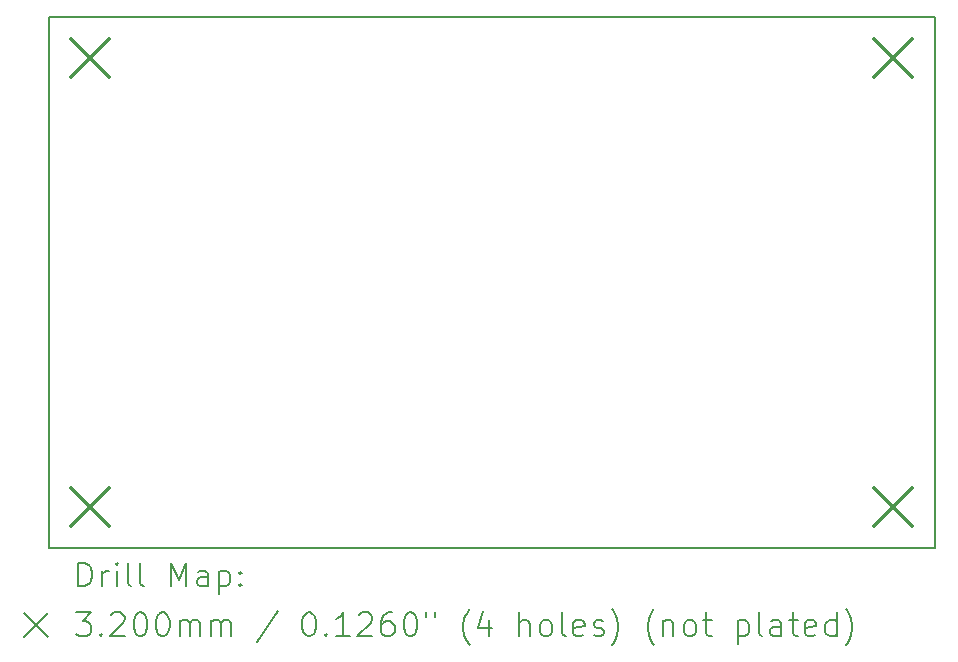
<source format=gbr>
%TF.GenerationSoftware,KiCad,Pcbnew,8.0.3*%
%TF.CreationDate,2024-06-21T17:49:07+08:00*%
%TF.ProjectId,LNA1690,4c4e4131-3639-4302-9e6b-696361645f70,rev?*%
%TF.SameCoordinates,Original*%
%TF.FileFunction,Drillmap*%
%TF.FilePolarity,Positive*%
%FSLAX45Y45*%
G04 Gerber Fmt 4.5, Leading zero omitted, Abs format (unit mm)*
G04 Created by KiCad (PCBNEW 8.0.3) date 2024-06-21 17:49:07*
%MOMM*%
%LPD*%
G01*
G04 APERTURE LIST*
%ADD10C,0.200000*%
%ADD11C,0.320000*%
G04 APERTURE END LIST*
D10*
X9500000Y-6000000D02*
X17000000Y-6000000D01*
X17000000Y-10500000D01*
X9500000Y-10500000D01*
X9500000Y-6000000D01*
D11*
X9690000Y-6190000D02*
X10010000Y-6510000D01*
X10010000Y-6190000D02*
X9690000Y-6510000D01*
X9690000Y-9990000D02*
X10010000Y-10310000D01*
X10010000Y-9990000D02*
X9690000Y-10310000D01*
X16490000Y-6190000D02*
X16810000Y-6510000D01*
X16810000Y-6190000D02*
X16490000Y-6510000D01*
X16490000Y-9990000D02*
X16810000Y-10310000D01*
X16810000Y-9990000D02*
X16490000Y-10310000D01*
D10*
X9750777Y-10821484D02*
X9750777Y-10621484D01*
X9750777Y-10621484D02*
X9798396Y-10621484D01*
X9798396Y-10621484D02*
X9826967Y-10631008D01*
X9826967Y-10631008D02*
X9846015Y-10650055D01*
X9846015Y-10650055D02*
X9855539Y-10669103D01*
X9855539Y-10669103D02*
X9865063Y-10707198D01*
X9865063Y-10707198D02*
X9865063Y-10735770D01*
X9865063Y-10735770D02*
X9855539Y-10773865D01*
X9855539Y-10773865D02*
X9846015Y-10792912D01*
X9846015Y-10792912D02*
X9826967Y-10811960D01*
X9826967Y-10811960D02*
X9798396Y-10821484D01*
X9798396Y-10821484D02*
X9750777Y-10821484D01*
X9950777Y-10821484D02*
X9950777Y-10688150D01*
X9950777Y-10726246D02*
X9960301Y-10707198D01*
X9960301Y-10707198D02*
X9969824Y-10697674D01*
X9969824Y-10697674D02*
X9988872Y-10688150D01*
X9988872Y-10688150D02*
X10007920Y-10688150D01*
X10074586Y-10821484D02*
X10074586Y-10688150D01*
X10074586Y-10621484D02*
X10065063Y-10631008D01*
X10065063Y-10631008D02*
X10074586Y-10640531D01*
X10074586Y-10640531D02*
X10084110Y-10631008D01*
X10084110Y-10631008D02*
X10074586Y-10621484D01*
X10074586Y-10621484D02*
X10074586Y-10640531D01*
X10198396Y-10821484D02*
X10179348Y-10811960D01*
X10179348Y-10811960D02*
X10169824Y-10792912D01*
X10169824Y-10792912D02*
X10169824Y-10621484D01*
X10303158Y-10821484D02*
X10284110Y-10811960D01*
X10284110Y-10811960D02*
X10274586Y-10792912D01*
X10274586Y-10792912D02*
X10274586Y-10621484D01*
X10531729Y-10821484D02*
X10531729Y-10621484D01*
X10531729Y-10621484D02*
X10598396Y-10764341D01*
X10598396Y-10764341D02*
X10665063Y-10621484D01*
X10665063Y-10621484D02*
X10665063Y-10821484D01*
X10846015Y-10821484D02*
X10846015Y-10716722D01*
X10846015Y-10716722D02*
X10836491Y-10697674D01*
X10836491Y-10697674D02*
X10817444Y-10688150D01*
X10817444Y-10688150D02*
X10779348Y-10688150D01*
X10779348Y-10688150D02*
X10760301Y-10697674D01*
X10846015Y-10811960D02*
X10826967Y-10821484D01*
X10826967Y-10821484D02*
X10779348Y-10821484D01*
X10779348Y-10821484D02*
X10760301Y-10811960D01*
X10760301Y-10811960D02*
X10750777Y-10792912D01*
X10750777Y-10792912D02*
X10750777Y-10773865D01*
X10750777Y-10773865D02*
X10760301Y-10754817D01*
X10760301Y-10754817D02*
X10779348Y-10745293D01*
X10779348Y-10745293D02*
X10826967Y-10745293D01*
X10826967Y-10745293D02*
X10846015Y-10735770D01*
X10941253Y-10688150D02*
X10941253Y-10888150D01*
X10941253Y-10697674D02*
X10960301Y-10688150D01*
X10960301Y-10688150D02*
X10998396Y-10688150D01*
X10998396Y-10688150D02*
X11017444Y-10697674D01*
X11017444Y-10697674D02*
X11026967Y-10707198D01*
X11026967Y-10707198D02*
X11036491Y-10726246D01*
X11036491Y-10726246D02*
X11036491Y-10783389D01*
X11036491Y-10783389D02*
X11026967Y-10802436D01*
X11026967Y-10802436D02*
X11017444Y-10811960D01*
X11017444Y-10811960D02*
X10998396Y-10821484D01*
X10998396Y-10821484D02*
X10960301Y-10821484D01*
X10960301Y-10821484D02*
X10941253Y-10811960D01*
X11122205Y-10802436D02*
X11131729Y-10811960D01*
X11131729Y-10811960D02*
X11122205Y-10821484D01*
X11122205Y-10821484D02*
X11112682Y-10811960D01*
X11112682Y-10811960D02*
X11122205Y-10802436D01*
X11122205Y-10802436D02*
X11122205Y-10821484D01*
X11122205Y-10697674D02*
X11131729Y-10707198D01*
X11131729Y-10707198D02*
X11122205Y-10716722D01*
X11122205Y-10716722D02*
X11112682Y-10707198D01*
X11112682Y-10707198D02*
X11122205Y-10697674D01*
X11122205Y-10697674D02*
X11122205Y-10716722D01*
X9290000Y-11050000D02*
X9490000Y-11250000D01*
X9490000Y-11050000D02*
X9290000Y-11250000D01*
X9731729Y-11041484D02*
X9855539Y-11041484D01*
X9855539Y-11041484D02*
X9788872Y-11117674D01*
X9788872Y-11117674D02*
X9817444Y-11117674D01*
X9817444Y-11117674D02*
X9836491Y-11127198D01*
X9836491Y-11127198D02*
X9846015Y-11136722D01*
X9846015Y-11136722D02*
X9855539Y-11155770D01*
X9855539Y-11155770D02*
X9855539Y-11203388D01*
X9855539Y-11203388D02*
X9846015Y-11222436D01*
X9846015Y-11222436D02*
X9836491Y-11231960D01*
X9836491Y-11231960D02*
X9817444Y-11241484D01*
X9817444Y-11241484D02*
X9760301Y-11241484D01*
X9760301Y-11241484D02*
X9741253Y-11231960D01*
X9741253Y-11231960D02*
X9731729Y-11222436D01*
X9941253Y-11222436D02*
X9950777Y-11231960D01*
X9950777Y-11231960D02*
X9941253Y-11241484D01*
X9941253Y-11241484D02*
X9931729Y-11231960D01*
X9931729Y-11231960D02*
X9941253Y-11222436D01*
X9941253Y-11222436D02*
X9941253Y-11241484D01*
X10026967Y-11060531D02*
X10036491Y-11051008D01*
X10036491Y-11051008D02*
X10055539Y-11041484D01*
X10055539Y-11041484D02*
X10103158Y-11041484D01*
X10103158Y-11041484D02*
X10122205Y-11051008D01*
X10122205Y-11051008D02*
X10131729Y-11060531D01*
X10131729Y-11060531D02*
X10141253Y-11079579D01*
X10141253Y-11079579D02*
X10141253Y-11098627D01*
X10141253Y-11098627D02*
X10131729Y-11127198D01*
X10131729Y-11127198D02*
X10017444Y-11241484D01*
X10017444Y-11241484D02*
X10141253Y-11241484D01*
X10265063Y-11041484D02*
X10284110Y-11041484D01*
X10284110Y-11041484D02*
X10303158Y-11051008D01*
X10303158Y-11051008D02*
X10312682Y-11060531D01*
X10312682Y-11060531D02*
X10322205Y-11079579D01*
X10322205Y-11079579D02*
X10331729Y-11117674D01*
X10331729Y-11117674D02*
X10331729Y-11165293D01*
X10331729Y-11165293D02*
X10322205Y-11203388D01*
X10322205Y-11203388D02*
X10312682Y-11222436D01*
X10312682Y-11222436D02*
X10303158Y-11231960D01*
X10303158Y-11231960D02*
X10284110Y-11241484D01*
X10284110Y-11241484D02*
X10265063Y-11241484D01*
X10265063Y-11241484D02*
X10246015Y-11231960D01*
X10246015Y-11231960D02*
X10236491Y-11222436D01*
X10236491Y-11222436D02*
X10226967Y-11203388D01*
X10226967Y-11203388D02*
X10217444Y-11165293D01*
X10217444Y-11165293D02*
X10217444Y-11117674D01*
X10217444Y-11117674D02*
X10226967Y-11079579D01*
X10226967Y-11079579D02*
X10236491Y-11060531D01*
X10236491Y-11060531D02*
X10246015Y-11051008D01*
X10246015Y-11051008D02*
X10265063Y-11041484D01*
X10455539Y-11041484D02*
X10474586Y-11041484D01*
X10474586Y-11041484D02*
X10493634Y-11051008D01*
X10493634Y-11051008D02*
X10503158Y-11060531D01*
X10503158Y-11060531D02*
X10512682Y-11079579D01*
X10512682Y-11079579D02*
X10522205Y-11117674D01*
X10522205Y-11117674D02*
X10522205Y-11165293D01*
X10522205Y-11165293D02*
X10512682Y-11203388D01*
X10512682Y-11203388D02*
X10503158Y-11222436D01*
X10503158Y-11222436D02*
X10493634Y-11231960D01*
X10493634Y-11231960D02*
X10474586Y-11241484D01*
X10474586Y-11241484D02*
X10455539Y-11241484D01*
X10455539Y-11241484D02*
X10436491Y-11231960D01*
X10436491Y-11231960D02*
X10426967Y-11222436D01*
X10426967Y-11222436D02*
X10417444Y-11203388D01*
X10417444Y-11203388D02*
X10407920Y-11165293D01*
X10407920Y-11165293D02*
X10407920Y-11117674D01*
X10407920Y-11117674D02*
X10417444Y-11079579D01*
X10417444Y-11079579D02*
X10426967Y-11060531D01*
X10426967Y-11060531D02*
X10436491Y-11051008D01*
X10436491Y-11051008D02*
X10455539Y-11041484D01*
X10607920Y-11241484D02*
X10607920Y-11108150D01*
X10607920Y-11127198D02*
X10617444Y-11117674D01*
X10617444Y-11117674D02*
X10636491Y-11108150D01*
X10636491Y-11108150D02*
X10665063Y-11108150D01*
X10665063Y-11108150D02*
X10684110Y-11117674D01*
X10684110Y-11117674D02*
X10693634Y-11136722D01*
X10693634Y-11136722D02*
X10693634Y-11241484D01*
X10693634Y-11136722D02*
X10703158Y-11117674D01*
X10703158Y-11117674D02*
X10722205Y-11108150D01*
X10722205Y-11108150D02*
X10750777Y-11108150D01*
X10750777Y-11108150D02*
X10769825Y-11117674D01*
X10769825Y-11117674D02*
X10779348Y-11136722D01*
X10779348Y-11136722D02*
X10779348Y-11241484D01*
X10874586Y-11241484D02*
X10874586Y-11108150D01*
X10874586Y-11127198D02*
X10884110Y-11117674D01*
X10884110Y-11117674D02*
X10903158Y-11108150D01*
X10903158Y-11108150D02*
X10931729Y-11108150D01*
X10931729Y-11108150D02*
X10950777Y-11117674D01*
X10950777Y-11117674D02*
X10960301Y-11136722D01*
X10960301Y-11136722D02*
X10960301Y-11241484D01*
X10960301Y-11136722D02*
X10969825Y-11117674D01*
X10969825Y-11117674D02*
X10988872Y-11108150D01*
X10988872Y-11108150D02*
X11017444Y-11108150D01*
X11017444Y-11108150D02*
X11036491Y-11117674D01*
X11036491Y-11117674D02*
X11046015Y-11136722D01*
X11046015Y-11136722D02*
X11046015Y-11241484D01*
X11436491Y-11031960D02*
X11265063Y-11289103D01*
X11693634Y-11041484D02*
X11712682Y-11041484D01*
X11712682Y-11041484D02*
X11731729Y-11051008D01*
X11731729Y-11051008D02*
X11741253Y-11060531D01*
X11741253Y-11060531D02*
X11750777Y-11079579D01*
X11750777Y-11079579D02*
X11760301Y-11117674D01*
X11760301Y-11117674D02*
X11760301Y-11165293D01*
X11760301Y-11165293D02*
X11750777Y-11203388D01*
X11750777Y-11203388D02*
X11741253Y-11222436D01*
X11741253Y-11222436D02*
X11731729Y-11231960D01*
X11731729Y-11231960D02*
X11712682Y-11241484D01*
X11712682Y-11241484D02*
X11693634Y-11241484D01*
X11693634Y-11241484D02*
X11674586Y-11231960D01*
X11674586Y-11231960D02*
X11665063Y-11222436D01*
X11665063Y-11222436D02*
X11655539Y-11203388D01*
X11655539Y-11203388D02*
X11646015Y-11165293D01*
X11646015Y-11165293D02*
X11646015Y-11117674D01*
X11646015Y-11117674D02*
X11655539Y-11079579D01*
X11655539Y-11079579D02*
X11665063Y-11060531D01*
X11665063Y-11060531D02*
X11674586Y-11051008D01*
X11674586Y-11051008D02*
X11693634Y-11041484D01*
X11846015Y-11222436D02*
X11855539Y-11231960D01*
X11855539Y-11231960D02*
X11846015Y-11241484D01*
X11846015Y-11241484D02*
X11836491Y-11231960D01*
X11836491Y-11231960D02*
X11846015Y-11222436D01*
X11846015Y-11222436D02*
X11846015Y-11241484D01*
X12046015Y-11241484D02*
X11931729Y-11241484D01*
X11988872Y-11241484D02*
X11988872Y-11041484D01*
X11988872Y-11041484D02*
X11969825Y-11070055D01*
X11969825Y-11070055D02*
X11950777Y-11089103D01*
X11950777Y-11089103D02*
X11931729Y-11098627D01*
X12122206Y-11060531D02*
X12131729Y-11051008D01*
X12131729Y-11051008D02*
X12150777Y-11041484D01*
X12150777Y-11041484D02*
X12198396Y-11041484D01*
X12198396Y-11041484D02*
X12217444Y-11051008D01*
X12217444Y-11051008D02*
X12226967Y-11060531D01*
X12226967Y-11060531D02*
X12236491Y-11079579D01*
X12236491Y-11079579D02*
X12236491Y-11098627D01*
X12236491Y-11098627D02*
X12226967Y-11127198D01*
X12226967Y-11127198D02*
X12112682Y-11241484D01*
X12112682Y-11241484D02*
X12236491Y-11241484D01*
X12407920Y-11041484D02*
X12369825Y-11041484D01*
X12369825Y-11041484D02*
X12350777Y-11051008D01*
X12350777Y-11051008D02*
X12341253Y-11060531D01*
X12341253Y-11060531D02*
X12322206Y-11089103D01*
X12322206Y-11089103D02*
X12312682Y-11127198D01*
X12312682Y-11127198D02*
X12312682Y-11203388D01*
X12312682Y-11203388D02*
X12322206Y-11222436D01*
X12322206Y-11222436D02*
X12331729Y-11231960D01*
X12331729Y-11231960D02*
X12350777Y-11241484D01*
X12350777Y-11241484D02*
X12388872Y-11241484D01*
X12388872Y-11241484D02*
X12407920Y-11231960D01*
X12407920Y-11231960D02*
X12417444Y-11222436D01*
X12417444Y-11222436D02*
X12426967Y-11203388D01*
X12426967Y-11203388D02*
X12426967Y-11155770D01*
X12426967Y-11155770D02*
X12417444Y-11136722D01*
X12417444Y-11136722D02*
X12407920Y-11127198D01*
X12407920Y-11127198D02*
X12388872Y-11117674D01*
X12388872Y-11117674D02*
X12350777Y-11117674D01*
X12350777Y-11117674D02*
X12331729Y-11127198D01*
X12331729Y-11127198D02*
X12322206Y-11136722D01*
X12322206Y-11136722D02*
X12312682Y-11155770D01*
X12550777Y-11041484D02*
X12569825Y-11041484D01*
X12569825Y-11041484D02*
X12588872Y-11051008D01*
X12588872Y-11051008D02*
X12598396Y-11060531D01*
X12598396Y-11060531D02*
X12607920Y-11079579D01*
X12607920Y-11079579D02*
X12617444Y-11117674D01*
X12617444Y-11117674D02*
X12617444Y-11165293D01*
X12617444Y-11165293D02*
X12607920Y-11203388D01*
X12607920Y-11203388D02*
X12598396Y-11222436D01*
X12598396Y-11222436D02*
X12588872Y-11231960D01*
X12588872Y-11231960D02*
X12569825Y-11241484D01*
X12569825Y-11241484D02*
X12550777Y-11241484D01*
X12550777Y-11241484D02*
X12531729Y-11231960D01*
X12531729Y-11231960D02*
X12522206Y-11222436D01*
X12522206Y-11222436D02*
X12512682Y-11203388D01*
X12512682Y-11203388D02*
X12503158Y-11165293D01*
X12503158Y-11165293D02*
X12503158Y-11117674D01*
X12503158Y-11117674D02*
X12512682Y-11079579D01*
X12512682Y-11079579D02*
X12522206Y-11060531D01*
X12522206Y-11060531D02*
X12531729Y-11051008D01*
X12531729Y-11051008D02*
X12550777Y-11041484D01*
X12693634Y-11041484D02*
X12693634Y-11079579D01*
X12769825Y-11041484D02*
X12769825Y-11079579D01*
X13065063Y-11317674D02*
X13055539Y-11308150D01*
X13055539Y-11308150D02*
X13036491Y-11279579D01*
X13036491Y-11279579D02*
X13026968Y-11260531D01*
X13026968Y-11260531D02*
X13017444Y-11231960D01*
X13017444Y-11231960D02*
X13007920Y-11184341D01*
X13007920Y-11184341D02*
X13007920Y-11146246D01*
X13007920Y-11146246D02*
X13017444Y-11098627D01*
X13017444Y-11098627D02*
X13026968Y-11070055D01*
X13026968Y-11070055D02*
X13036491Y-11051008D01*
X13036491Y-11051008D02*
X13055539Y-11022436D01*
X13055539Y-11022436D02*
X13065063Y-11012912D01*
X13226968Y-11108150D02*
X13226968Y-11241484D01*
X13179348Y-11031960D02*
X13131729Y-11174817D01*
X13131729Y-11174817D02*
X13255539Y-11174817D01*
X13484110Y-11241484D02*
X13484110Y-11041484D01*
X13569825Y-11241484D02*
X13569825Y-11136722D01*
X13569825Y-11136722D02*
X13560301Y-11117674D01*
X13560301Y-11117674D02*
X13541253Y-11108150D01*
X13541253Y-11108150D02*
X13512682Y-11108150D01*
X13512682Y-11108150D02*
X13493634Y-11117674D01*
X13493634Y-11117674D02*
X13484110Y-11127198D01*
X13693634Y-11241484D02*
X13674587Y-11231960D01*
X13674587Y-11231960D02*
X13665063Y-11222436D01*
X13665063Y-11222436D02*
X13655539Y-11203388D01*
X13655539Y-11203388D02*
X13655539Y-11146246D01*
X13655539Y-11146246D02*
X13665063Y-11127198D01*
X13665063Y-11127198D02*
X13674587Y-11117674D01*
X13674587Y-11117674D02*
X13693634Y-11108150D01*
X13693634Y-11108150D02*
X13722206Y-11108150D01*
X13722206Y-11108150D02*
X13741253Y-11117674D01*
X13741253Y-11117674D02*
X13750777Y-11127198D01*
X13750777Y-11127198D02*
X13760301Y-11146246D01*
X13760301Y-11146246D02*
X13760301Y-11203388D01*
X13760301Y-11203388D02*
X13750777Y-11222436D01*
X13750777Y-11222436D02*
X13741253Y-11231960D01*
X13741253Y-11231960D02*
X13722206Y-11241484D01*
X13722206Y-11241484D02*
X13693634Y-11241484D01*
X13874587Y-11241484D02*
X13855539Y-11231960D01*
X13855539Y-11231960D02*
X13846015Y-11212912D01*
X13846015Y-11212912D02*
X13846015Y-11041484D01*
X14026968Y-11231960D02*
X14007920Y-11241484D01*
X14007920Y-11241484D02*
X13969825Y-11241484D01*
X13969825Y-11241484D02*
X13950777Y-11231960D01*
X13950777Y-11231960D02*
X13941253Y-11212912D01*
X13941253Y-11212912D02*
X13941253Y-11136722D01*
X13941253Y-11136722D02*
X13950777Y-11117674D01*
X13950777Y-11117674D02*
X13969825Y-11108150D01*
X13969825Y-11108150D02*
X14007920Y-11108150D01*
X14007920Y-11108150D02*
X14026968Y-11117674D01*
X14026968Y-11117674D02*
X14036491Y-11136722D01*
X14036491Y-11136722D02*
X14036491Y-11155770D01*
X14036491Y-11155770D02*
X13941253Y-11174817D01*
X14112682Y-11231960D02*
X14131730Y-11241484D01*
X14131730Y-11241484D02*
X14169825Y-11241484D01*
X14169825Y-11241484D02*
X14188872Y-11231960D01*
X14188872Y-11231960D02*
X14198396Y-11212912D01*
X14198396Y-11212912D02*
X14198396Y-11203388D01*
X14198396Y-11203388D02*
X14188872Y-11184341D01*
X14188872Y-11184341D02*
X14169825Y-11174817D01*
X14169825Y-11174817D02*
X14141253Y-11174817D01*
X14141253Y-11174817D02*
X14122206Y-11165293D01*
X14122206Y-11165293D02*
X14112682Y-11146246D01*
X14112682Y-11146246D02*
X14112682Y-11136722D01*
X14112682Y-11136722D02*
X14122206Y-11117674D01*
X14122206Y-11117674D02*
X14141253Y-11108150D01*
X14141253Y-11108150D02*
X14169825Y-11108150D01*
X14169825Y-11108150D02*
X14188872Y-11117674D01*
X14265063Y-11317674D02*
X14274587Y-11308150D01*
X14274587Y-11308150D02*
X14293634Y-11279579D01*
X14293634Y-11279579D02*
X14303158Y-11260531D01*
X14303158Y-11260531D02*
X14312682Y-11231960D01*
X14312682Y-11231960D02*
X14322206Y-11184341D01*
X14322206Y-11184341D02*
X14322206Y-11146246D01*
X14322206Y-11146246D02*
X14312682Y-11098627D01*
X14312682Y-11098627D02*
X14303158Y-11070055D01*
X14303158Y-11070055D02*
X14293634Y-11051008D01*
X14293634Y-11051008D02*
X14274587Y-11022436D01*
X14274587Y-11022436D02*
X14265063Y-11012912D01*
X14626968Y-11317674D02*
X14617444Y-11308150D01*
X14617444Y-11308150D02*
X14598396Y-11279579D01*
X14598396Y-11279579D02*
X14588872Y-11260531D01*
X14588872Y-11260531D02*
X14579349Y-11231960D01*
X14579349Y-11231960D02*
X14569825Y-11184341D01*
X14569825Y-11184341D02*
X14569825Y-11146246D01*
X14569825Y-11146246D02*
X14579349Y-11098627D01*
X14579349Y-11098627D02*
X14588872Y-11070055D01*
X14588872Y-11070055D02*
X14598396Y-11051008D01*
X14598396Y-11051008D02*
X14617444Y-11022436D01*
X14617444Y-11022436D02*
X14626968Y-11012912D01*
X14703158Y-11108150D02*
X14703158Y-11241484D01*
X14703158Y-11127198D02*
X14712682Y-11117674D01*
X14712682Y-11117674D02*
X14731730Y-11108150D01*
X14731730Y-11108150D02*
X14760301Y-11108150D01*
X14760301Y-11108150D02*
X14779349Y-11117674D01*
X14779349Y-11117674D02*
X14788872Y-11136722D01*
X14788872Y-11136722D02*
X14788872Y-11241484D01*
X14912682Y-11241484D02*
X14893634Y-11231960D01*
X14893634Y-11231960D02*
X14884111Y-11222436D01*
X14884111Y-11222436D02*
X14874587Y-11203388D01*
X14874587Y-11203388D02*
X14874587Y-11146246D01*
X14874587Y-11146246D02*
X14884111Y-11127198D01*
X14884111Y-11127198D02*
X14893634Y-11117674D01*
X14893634Y-11117674D02*
X14912682Y-11108150D01*
X14912682Y-11108150D02*
X14941253Y-11108150D01*
X14941253Y-11108150D02*
X14960301Y-11117674D01*
X14960301Y-11117674D02*
X14969825Y-11127198D01*
X14969825Y-11127198D02*
X14979349Y-11146246D01*
X14979349Y-11146246D02*
X14979349Y-11203388D01*
X14979349Y-11203388D02*
X14969825Y-11222436D01*
X14969825Y-11222436D02*
X14960301Y-11231960D01*
X14960301Y-11231960D02*
X14941253Y-11241484D01*
X14941253Y-11241484D02*
X14912682Y-11241484D01*
X15036492Y-11108150D02*
X15112682Y-11108150D01*
X15065063Y-11041484D02*
X15065063Y-11212912D01*
X15065063Y-11212912D02*
X15074587Y-11231960D01*
X15074587Y-11231960D02*
X15093634Y-11241484D01*
X15093634Y-11241484D02*
X15112682Y-11241484D01*
X15331730Y-11108150D02*
X15331730Y-11308150D01*
X15331730Y-11117674D02*
X15350777Y-11108150D01*
X15350777Y-11108150D02*
X15388873Y-11108150D01*
X15388873Y-11108150D02*
X15407920Y-11117674D01*
X15407920Y-11117674D02*
X15417444Y-11127198D01*
X15417444Y-11127198D02*
X15426968Y-11146246D01*
X15426968Y-11146246D02*
X15426968Y-11203388D01*
X15426968Y-11203388D02*
X15417444Y-11222436D01*
X15417444Y-11222436D02*
X15407920Y-11231960D01*
X15407920Y-11231960D02*
X15388873Y-11241484D01*
X15388873Y-11241484D02*
X15350777Y-11241484D01*
X15350777Y-11241484D02*
X15331730Y-11231960D01*
X15541253Y-11241484D02*
X15522206Y-11231960D01*
X15522206Y-11231960D02*
X15512682Y-11212912D01*
X15512682Y-11212912D02*
X15512682Y-11041484D01*
X15703158Y-11241484D02*
X15703158Y-11136722D01*
X15703158Y-11136722D02*
X15693634Y-11117674D01*
X15693634Y-11117674D02*
X15674587Y-11108150D01*
X15674587Y-11108150D02*
X15636492Y-11108150D01*
X15636492Y-11108150D02*
X15617444Y-11117674D01*
X15703158Y-11231960D02*
X15684111Y-11241484D01*
X15684111Y-11241484D02*
X15636492Y-11241484D01*
X15636492Y-11241484D02*
X15617444Y-11231960D01*
X15617444Y-11231960D02*
X15607920Y-11212912D01*
X15607920Y-11212912D02*
X15607920Y-11193865D01*
X15607920Y-11193865D02*
X15617444Y-11174817D01*
X15617444Y-11174817D02*
X15636492Y-11165293D01*
X15636492Y-11165293D02*
X15684111Y-11165293D01*
X15684111Y-11165293D02*
X15703158Y-11155770D01*
X15769825Y-11108150D02*
X15846015Y-11108150D01*
X15798396Y-11041484D02*
X15798396Y-11212912D01*
X15798396Y-11212912D02*
X15807920Y-11231960D01*
X15807920Y-11231960D02*
X15826968Y-11241484D01*
X15826968Y-11241484D02*
X15846015Y-11241484D01*
X15988873Y-11231960D02*
X15969825Y-11241484D01*
X15969825Y-11241484D02*
X15931730Y-11241484D01*
X15931730Y-11241484D02*
X15912682Y-11231960D01*
X15912682Y-11231960D02*
X15903158Y-11212912D01*
X15903158Y-11212912D02*
X15903158Y-11136722D01*
X15903158Y-11136722D02*
X15912682Y-11117674D01*
X15912682Y-11117674D02*
X15931730Y-11108150D01*
X15931730Y-11108150D02*
X15969825Y-11108150D01*
X15969825Y-11108150D02*
X15988873Y-11117674D01*
X15988873Y-11117674D02*
X15998396Y-11136722D01*
X15998396Y-11136722D02*
X15998396Y-11155770D01*
X15998396Y-11155770D02*
X15903158Y-11174817D01*
X16169825Y-11241484D02*
X16169825Y-11041484D01*
X16169825Y-11231960D02*
X16150777Y-11241484D01*
X16150777Y-11241484D02*
X16112682Y-11241484D01*
X16112682Y-11241484D02*
X16093634Y-11231960D01*
X16093634Y-11231960D02*
X16084111Y-11222436D01*
X16084111Y-11222436D02*
X16074587Y-11203388D01*
X16074587Y-11203388D02*
X16074587Y-11146246D01*
X16074587Y-11146246D02*
X16084111Y-11127198D01*
X16084111Y-11127198D02*
X16093634Y-11117674D01*
X16093634Y-11117674D02*
X16112682Y-11108150D01*
X16112682Y-11108150D02*
X16150777Y-11108150D01*
X16150777Y-11108150D02*
X16169825Y-11117674D01*
X16246015Y-11317674D02*
X16255539Y-11308150D01*
X16255539Y-11308150D02*
X16274587Y-11279579D01*
X16274587Y-11279579D02*
X16284111Y-11260531D01*
X16284111Y-11260531D02*
X16293634Y-11231960D01*
X16293634Y-11231960D02*
X16303158Y-11184341D01*
X16303158Y-11184341D02*
X16303158Y-11146246D01*
X16303158Y-11146246D02*
X16293634Y-11098627D01*
X16293634Y-11098627D02*
X16284111Y-11070055D01*
X16284111Y-11070055D02*
X16274587Y-11051008D01*
X16274587Y-11051008D02*
X16255539Y-11022436D01*
X16255539Y-11022436D02*
X16246015Y-11012912D01*
M02*

</source>
